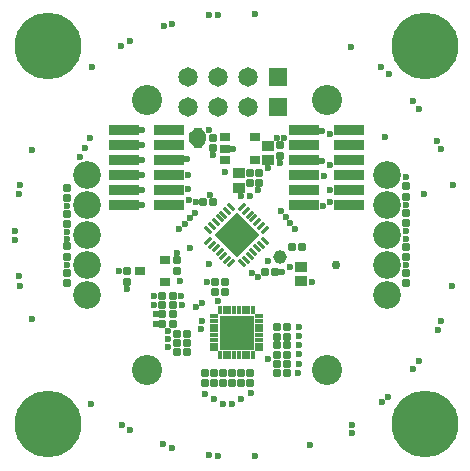
<source format=gts>
G04*
G04 #@! TF.GenerationSoftware,Altium Limited,Altium Designer,20.0.9 (164)*
G04*
G04 Layer_Color=8388736*
%FSLAX25Y25*%
%MOIN*%
G70*
G01*
G75*
G04:AMPARAMS|DCode=28|XSize=26.38mil|YSize=27.95mil|CornerRadius=8.07mil|HoleSize=0mil|Usage=FLASHONLY|Rotation=0.000|XOffset=0mil|YOffset=0mil|HoleType=Round|Shape=RoundedRectangle|*
%AMROUNDEDRECTD28*
21,1,0.02638,0.01181,0,0,0.0*
21,1,0.01024,0.02795,0,0,0.0*
1,1,0.01614,0.00512,-0.00591*
1,1,0.01614,-0.00512,-0.00591*
1,1,0.01614,-0.00512,0.00591*
1,1,0.01614,0.00512,0.00591*
%
%ADD28ROUNDEDRECTD28*%
G04:AMPARAMS|DCode=29|XSize=26.38mil|YSize=27.95mil|CornerRadius=8.07mil|HoleSize=0mil|Usage=FLASHONLY|Rotation=90.000|XOffset=0mil|YOffset=0mil|HoleType=Round|Shape=RoundedRectangle|*
%AMROUNDEDRECTD29*
21,1,0.02638,0.01181,0,0,90.0*
21,1,0.01024,0.02795,0,0,90.0*
1,1,0.01614,0.00591,0.00512*
1,1,0.01614,0.00591,-0.00512*
1,1,0.01614,-0.00591,-0.00512*
1,1,0.01614,-0.00591,0.00512*
%
%ADD29ROUNDEDRECTD29*%
%ADD30R,0.01457X0.03110*%
%ADD31R,0.03110X0.01457*%
%ADD32R,0.11614X0.11614*%
%ADD33R,0.03740X0.02756*%
%ADD34R,0.03347X0.02756*%
%ADD35R,0.10039X0.03583*%
%ADD36R,0.04134X0.03425*%
%ADD37R,0.03937X0.03347*%
%ADD38P,0.14755X4X180.0*%
G04:AMPARAMS|DCode=39|XSize=13.78mil|YSize=35.43mil|CornerRadius=0mil|HoleSize=0mil|Usage=FLASHONLY|Rotation=135.000|XOffset=0mil|YOffset=0mil|HoleType=Round|Shape=Round|*
%AMOVALD39*
21,1,0.02165,0.01378,0.00000,0.00000,225.0*
1,1,0.01378,0.00766,0.00766*
1,1,0.01378,-0.00766,-0.00766*
%
%ADD39OVALD39*%

G04:AMPARAMS|DCode=40|XSize=13.78mil|YSize=35.43mil|CornerRadius=0mil|HoleSize=0mil|Usage=FLASHONLY|Rotation=225.000|XOffset=0mil|YOffset=0mil|HoleType=Round|Shape=Round|*
%AMOVALD40*
21,1,0.02165,0.01378,0.00000,0.00000,315.0*
1,1,0.01378,-0.00766,0.00766*
1,1,0.01378,0.00766,-0.00766*
%
%ADD40OVALD40*%

%ADD41C,0.04528*%
%ADD42R,0.03091X0.03091*%
%ADD43R,0.06496X0.06496*%
%ADD44C,0.06496*%
%ADD45C,0.10039*%
%ADD46C,0.09252*%
%ADD47C,0.02362*%
%ADD48C,0.22244*%
%ADD49C,0.02559*%
%ADD50C,0.02953*%
%ADD51C,0.03347*%
G36*
X-12452Y35558D02*
X-12440D01*
X-12429Y35556D01*
X-12417Y35555D01*
X-12406Y35553D01*
X-12394Y35551D01*
X-12383Y35547D01*
X-12372Y35544D01*
X-12361Y35540D01*
X-12350Y35537D01*
X-11431Y35156D01*
X-11421Y35151D01*
X-11410Y35146D01*
X-11400Y35140D01*
X-11390Y35135D01*
X-11380Y35128D01*
X-11370Y35122D01*
X-11361Y35114D01*
X-11352Y35107D01*
X-11344Y35099D01*
X-11335Y35092D01*
X-10632Y34388D01*
X-10624Y34380D01*
X-10616Y34371D01*
X-10609Y34362D01*
X-10602Y34353D01*
X-10595Y34343D01*
X-10589Y34334D01*
X-10583Y34323D01*
X-10577Y34313D01*
X-10573Y34303D01*
X-10568Y34292D01*
X-10187Y33373D01*
X-10183Y33362D01*
X-10179Y33352D01*
X-10176Y33340D01*
X-10173Y33329D01*
X-10171Y33318D01*
X-10168Y33306D01*
X-10167Y33295D01*
X-10165Y33283D01*
Y33272D01*
X-10164Y33260D01*
Y32763D01*
X-10168Y32717D01*
X-10179Y32671D01*
X-10197Y32628D01*
X-10221Y32589D01*
X-10251Y32553D01*
X-10287Y32523D01*
X-10305Y32512D01*
X-10287Y32500D01*
X-10251Y32470D01*
X-10221Y32435D01*
X-10197Y32395D01*
X-10179Y32352D01*
X-10168Y32307D01*
X-10164Y32261D01*
Y31763D01*
X-10165Y31752D01*
Y31740D01*
X-10167Y31729D01*
X-10168Y31717D01*
X-10171Y31706D01*
X-10173Y31694D01*
X-10176Y31683D01*
X-10179Y31672D01*
X-10183Y31661D01*
X-10187Y31650D01*
X-10568Y30731D01*
X-10573Y30721D01*
X-10577Y30710D01*
X-10583Y30700D01*
X-10589Y30690D01*
X-10595Y30681D01*
X-10602Y30670D01*
X-10609Y30662D01*
X-10616Y30652D01*
X-10624Y30644D01*
X-10632Y30635D01*
X-11335Y29932D01*
X-11344Y29924D01*
X-11352Y29916D01*
X-11361Y29909D01*
X-11370Y29902D01*
X-11380Y29896D01*
X-11390Y29889D01*
X-11400Y29884D01*
X-11410Y29877D01*
X-11421Y29873D01*
X-11431Y29868D01*
X-12350Y29487D01*
X-12361Y29484D01*
X-12372Y29479D01*
X-12383Y29476D01*
X-12394Y29473D01*
X-12406Y29471D01*
X-12417Y29468D01*
X-12429Y29467D01*
X-12440Y29465D01*
X-12452D01*
X-12463Y29465D01*
X-13458D01*
X-13470Y29465D01*
X-13481D01*
X-13493Y29467D01*
X-13504Y29468D01*
X-13516Y29471D01*
X-13527Y29473D01*
X-13538Y29476D01*
X-13550Y29479D01*
X-13560Y29484D01*
X-13571Y29487D01*
X-14490Y29868D01*
X-14501Y29873D01*
X-14511Y29877D01*
X-14521Y29884D01*
X-14532Y29889D01*
X-14541Y29896D01*
X-14551Y29902D01*
X-14560Y29909D01*
X-14569Y29916D01*
X-14577Y29924D01*
X-14586Y29932D01*
X-15290Y30635D01*
X-15297Y30644D01*
X-15305Y30652D01*
X-15312Y30662D01*
X-15320Y30670D01*
X-15326Y30681D01*
X-15333Y30690D01*
X-15338Y30700D01*
X-15344Y30710D01*
X-15348Y30721D01*
X-15354Y30731D01*
X-15734Y31650D01*
X-15738Y31661D01*
X-15742Y31672D01*
X-15745Y31683D01*
X-15749Y31694D01*
X-15751Y31706D01*
X-15753Y31717D01*
X-15754Y31729D01*
X-15756Y31740D01*
Y31752D01*
X-15757Y31763D01*
Y32261D01*
X-15753Y32307D01*
X-15742Y32352D01*
X-15724Y32395D01*
X-15700Y32435D01*
X-15670Y32470D01*
X-15635Y32500D01*
X-15616Y32512D01*
X-15635Y32523D01*
X-15670Y32553D01*
X-15700Y32589D01*
X-15724Y32628D01*
X-15742Y32671D01*
X-15753Y32717D01*
X-15757Y32763D01*
Y33260D01*
X-15756Y33272D01*
Y33283D01*
X-15754Y33295D01*
X-15753Y33306D01*
X-15751Y33318D01*
X-15749Y33329D01*
X-15745Y33340D01*
X-15742Y33352D01*
X-15738Y33362D01*
X-15734Y33373D01*
X-15354Y34292D01*
X-15348Y34303D01*
X-15344Y34313D01*
X-15338Y34323D01*
X-15333Y34334D01*
X-15326Y34343D01*
X-15320Y34353D01*
X-15312Y34362D01*
X-15305Y34371D01*
X-15297Y34380D01*
X-15290Y34388D01*
X-14586Y35092D01*
X-14577Y35099D01*
X-14569Y35107D01*
X-14560Y35114D01*
X-14551Y35122D01*
X-14541Y35128D01*
X-14532Y35135D01*
X-14521Y35140D01*
X-14511Y35146D01*
X-14501Y35151D01*
X-14490Y35156D01*
X-13571Y35537D01*
X-13560Y35540D01*
X-13550Y35544D01*
X-13538Y35547D01*
X-13527Y35551D01*
X-13516Y35553D01*
X-13504Y35555D01*
X-13493Y35556D01*
X-13481Y35558D01*
X-13470D01*
X-13458Y35559D01*
X-12463D01*
X-12452Y35558D01*
D02*
G37*
D28*
X21910Y-3839D02*
D03*
X18445D02*
D03*
X16823Y-42783D02*
D03*
X13358Y-42783D02*
D03*
X-21224Y-29519D02*
D03*
X-24689D02*
D03*
X-7685Y10957D02*
D03*
X-11150D02*
D03*
X9421Y-12173D02*
D03*
X12886D02*
D03*
X-21224Y-26369D02*
D03*
X-24689D02*
D03*
X-24665Y-23228D02*
D03*
X-21201D02*
D03*
X-24665Y-20079D02*
D03*
X-21201D02*
D03*
X16823Y-33728D02*
D03*
X13358D02*
D03*
X16823Y-30677D02*
D03*
X13358D02*
D03*
Y-36681D02*
D03*
X16823D02*
D03*
X13358Y-39732D02*
D03*
X16823D02*
D03*
X13358Y-45835D02*
D03*
X16823D02*
D03*
X-16346Y-38945D02*
D03*
X-19811Y-38945D02*
D03*
X-16346Y-35894D02*
D03*
X-19811D02*
D03*
X-16346Y-32842D02*
D03*
X-19811Y-32842D02*
D03*
D29*
X-36417Y-12008D02*
D03*
Y-15472D02*
D03*
X56528Y-15874D02*
D03*
Y-12410D02*
D03*
Y-7213D02*
D03*
Y-3748D02*
D03*
X-3906Y-19024D02*
D03*
Y-15559D02*
D03*
X14469Y29980D02*
D03*
Y26516D02*
D03*
X-7677Y32441D02*
D03*
X-7677Y28976D02*
D03*
X4429Y20827D02*
D03*
Y17362D02*
D03*
X7480Y20827D02*
D03*
Y17362D02*
D03*
X-19752Y-11740D02*
D03*
Y-8276D02*
D03*
X4657Y-45776D02*
D03*
X4657Y-49240D02*
D03*
X1606Y-45776D02*
D03*
X1606Y-49240D02*
D03*
X-1445Y-45776D02*
D03*
X-1445Y-49240D02*
D03*
X-4496Y-45776D02*
D03*
X-4496Y-49240D02*
D03*
X-7547Y-45776D02*
D03*
X-7547Y-49240D02*
D03*
X-10598Y-45776D02*
D03*
X-10599Y-49240D02*
D03*
X56528Y4106D02*
D03*
Y7571D02*
D03*
Y12866D02*
D03*
Y16331D02*
D03*
X-56595Y12441D02*
D03*
X-56594Y15905D02*
D03*
X-56595Y3779D02*
D03*
Y7244D02*
D03*
Y-3681D02*
D03*
Y-7146D02*
D03*
X-56661Y-12410D02*
D03*
X-56661Y-15874D02*
D03*
X-7153Y-19024D02*
D03*
X-7154Y-15559D02*
D03*
D30*
X-5480Y-40028D02*
D03*
X-3906D02*
D03*
X-2331D02*
D03*
X-756D02*
D03*
X819D02*
D03*
X2394D02*
D03*
X3968D02*
D03*
X5543D02*
D03*
Y-24870D02*
D03*
X3968D02*
D03*
X2394D02*
D03*
X819D02*
D03*
X-756D02*
D03*
X-2331D02*
D03*
X-3906D02*
D03*
X-5480D02*
D03*
D31*
X7610Y-37961D02*
D03*
Y-36386D02*
D03*
Y-34811D02*
D03*
Y-33236D02*
D03*
Y-31661D02*
D03*
Y-30087D02*
D03*
Y-28512D02*
D03*
Y-26937D02*
D03*
X-7547D02*
D03*
Y-28512D02*
D03*
Y-30087D02*
D03*
Y-31661D02*
D03*
Y-33236D02*
D03*
Y-34811D02*
D03*
Y-36386D02*
D03*
Y-37961D02*
D03*
D32*
X32Y-32449D02*
D03*
D33*
X-3839Y32677D02*
D03*
Y28937D02*
D03*
Y25197D02*
D03*
X6004Y32677D02*
D03*
Y25197D02*
D03*
D34*
X-23984Y-15618D02*
D03*
Y-8138D02*
D03*
X-32252Y-11878D02*
D03*
D35*
X22453Y34972D02*
D03*
X37453D02*
D03*
X22453Y29972D02*
D03*
X37453D02*
D03*
X22453Y24972D02*
D03*
X37453D02*
D03*
X22453Y19972D02*
D03*
X37453D02*
D03*
X22453Y14972D02*
D03*
X37453D02*
D03*
X22453Y9972D02*
D03*
X37453D02*
D03*
X-37488Y34972D02*
D03*
X-22488D02*
D03*
X-37488Y29972D02*
D03*
X-22488D02*
D03*
X-37488Y24972D02*
D03*
X-22488D02*
D03*
X-37488Y19972D02*
D03*
X-22488D02*
D03*
X-37488Y14972D02*
D03*
X-22488D02*
D03*
X-37488Y9972D02*
D03*
X-22488D02*
D03*
D36*
X21488Y-15224D02*
D03*
Y-10500D02*
D03*
X10433Y29921D02*
D03*
Y25197D02*
D03*
D37*
X787Y20669D02*
D03*
Y15945D02*
D03*
D38*
X32Y32D02*
D03*
D39*
X-1848Y-9364D02*
D03*
X-3100Y-8111D02*
D03*
X-4353Y-6859D02*
D03*
X-5606Y-5606D02*
D03*
X-6859Y-4353D02*
D03*
X-8111Y-3100D02*
D03*
X-9364Y-1848D02*
D03*
X1911Y9427D02*
D03*
X3163Y8174D02*
D03*
X4416Y6922D02*
D03*
X5669Y5669D02*
D03*
X6922Y4416D02*
D03*
X8174Y3163D02*
D03*
X9427Y1911D02*
D03*
D40*
X-9364D02*
D03*
X-8111Y3163D02*
D03*
X-6859Y4416D02*
D03*
X-5606Y5669D02*
D03*
X-4353Y6922D02*
D03*
X-3100Y8174D02*
D03*
X-1848Y9427D02*
D03*
X9427Y-1848D02*
D03*
X8174Y-3100D02*
D03*
X6922Y-4353D02*
D03*
X5669Y-5606D02*
D03*
X4416Y-6859D02*
D03*
X3163Y-8111D02*
D03*
X1911Y-9364D02*
D03*
D41*
X14500Y-7252D02*
D03*
D42*
X-12961Y34512D02*
D03*
Y30512D02*
D03*
D43*
X13823Y42779D02*
D03*
X13823Y52819D02*
D03*
D44*
X3823Y42779D02*
D03*
X-6177D02*
D03*
X-16177D02*
D03*
X3823Y52819D02*
D03*
X-6177D02*
D03*
X-16177D02*
D03*
D45*
X30031Y45031D02*
D03*
X-29969D02*
D03*
Y-44969D02*
D03*
X30031D02*
D03*
D46*
X50032Y-19969D02*
D03*
X-49968Y-9968D02*
D03*
Y32D02*
D03*
X50032Y20031D02*
D03*
X-49968D02*
D03*
X50032Y10031D02*
D03*
Y-9968D02*
D03*
X-49968Y10031D02*
D03*
Y-19969D02*
D03*
X50032Y32D02*
D03*
D47*
X49606Y32874D02*
D03*
X-10630Y-52854D02*
D03*
X-7579Y-54528D02*
D03*
X-4429Y-56299D02*
D03*
X56595Y19291D02*
D03*
X62500Y13681D02*
D03*
X24508Y-69784D02*
D03*
X38583Y-66043D02*
D03*
X10433Y22441D02*
D03*
X14469Y24114D02*
D03*
X-7677Y26772D02*
D03*
X-48917Y32480D02*
D03*
X-52165Y26280D02*
D03*
X-50492Y29232D02*
D03*
X-39075Y-11909D02*
D03*
X-22736Y-34547D02*
D03*
Y-31988D02*
D03*
X-22835Y-37205D02*
D03*
X-27461Y-23228D02*
D03*
X-18406Y-20079D02*
D03*
X-18307Y-23228D02*
D03*
X4724Y-52658D02*
D03*
X1445Y-54381D02*
D03*
X-1542Y-56235D02*
D03*
X-38091Y-63189D02*
D03*
X38484Y-63090D02*
D03*
X48524Y-55610D02*
D03*
X72047Y16634D02*
D03*
X68110Y28740D02*
D03*
X6102Y73622D02*
D03*
X-6299Y73524D02*
D03*
X-68307Y28445D02*
D03*
X-72146Y16634D02*
D03*
X-48425Y-56102D02*
D03*
X-21555Y70472D02*
D03*
X-72539Y13780D02*
D03*
X-73819Y1575D02*
D03*
X-35630Y-64764D02*
D03*
X-24508Y-69685D02*
D03*
X50591Y-53740D02*
D03*
X58957Y-44587D02*
D03*
X66831Y31398D02*
D03*
X60827Y42028D02*
D03*
X-9252Y73327D02*
D03*
X67028Y-31496D02*
D03*
X58858Y44685D02*
D03*
X50775Y53724D02*
D03*
X-24311Y69685D02*
D03*
X-35531Y64764D02*
D03*
X-73917Y-1476D02*
D03*
X-72539Y-13583D02*
D03*
X-21457Y-70768D02*
D03*
X-9252Y-73327D02*
D03*
X60827Y-41929D02*
D03*
X6201Y-73622D02*
D03*
X68012Y-28445D02*
D03*
X71949Y-16831D02*
D03*
X48327Y56004D02*
D03*
X38287Y62894D02*
D03*
X-38484Y63090D02*
D03*
X-48228Y56004D02*
D03*
X-72047Y-16831D02*
D03*
X-68110Y-27953D02*
D03*
X-6102Y-73622D02*
D03*
X31299Y33936D02*
D03*
X-9055Y35236D02*
D03*
X-1135Y28937D02*
D03*
X13336Y32385D02*
D03*
X15679Y32413D02*
D03*
X-16634Y25591D02*
D03*
X-36417Y-18012D02*
D03*
X-19783Y-5807D02*
D03*
X-3839Y21063D02*
D03*
X7185Y15059D02*
D03*
X1378Y12992D02*
D03*
X-56595Y-9744D02*
D03*
X56528Y1508D02*
D03*
X0Y0D02*
D03*
X16500Y6016D02*
D03*
X25228Y-15421D02*
D03*
X-18669Y-15323D02*
D03*
X-6071Y-22016D02*
D03*
X7315Y-14043D02*
D03*
X-13354Y10957D02*
D03*
X-27362Y-20079D02*
D03*
X31035Y11252D02*
D03*
X-8728Y13614D02*
D03*
X17846Y-10500D02*
D03*
X-9713Y-15520D02*
D03*
X-26992Y-29519D02*
D03*
Y-26369D02*
D03*
X31260Y15048D02*
D03*
X28672Y9811D02*
D03*
X28644Y34918D02*
D03*
X28613Y24892D02*
D03*
X31232Y23358D02*
D03*
X-16012Y15484D02*
D03*
X15287Y-12173D02*
D03*
X10661Y-8531D02*
D03*
X-13500Y-23881D02*
D03*
X4551Y13213D02*
D03*
X-15815Y11842D02*
D03*
X-15618Y-4299D02*
D03*
X-9122Y-9614D02*
D03*
X5113Y-12567D02*
D03*
X10563Y-41307D02*
D03*
X-11681Y-31169D02*
D03*
X-11484Y-28413D02*
D03*
X29102Y19913D02*
D03*
X20575Y-45798D02*
D03*
X20711Y-42754D02*
D03*
X20779Y-39659D02*
D03*
X-31563Y9972D02*
D03*
X20799Y-36681D02*
D03*
X20898Y-30677D02*
D03*
Y-33630D02*
D03*
X-56594Y9941D02*
D03*
X-56632Y-1242D02*
D03*
X-56595Y1280D02*
D03*
X56528Y10268D02*
D03*
Y-1150D02*
D03*
Y-9910D02*
D03*
X-16000Y20016D02*
D03*
X15000Y8016D02*
D03*
X18000Y4016D02*
D03*
X19500Y2016D02*
D03*
X-11500Y-22484D02*
D03*
X-13844Y7576D02*
D03*
X-15558Y5725D02*
D03*
X-19000Y2016D02*
D03*
X-17276Y3848D02*
D03*
X-31500Y35016D02*
D03*
Y30016D02*
D03*
Y25016D02*
D03*
Y20016D02*
D03*
Y15016D02*
D03*
D48*
X62992Y62992D02*
D03*
X-62992D02*
D03*
Y-62992D02*
D03*
X62992D02*
D03*
D49*
X-2134Y-34614D02*
D03*
Y-30283D02*
D03*
X2197Y-34614D02*
D03*
Y-30283D02*
D03*
D50*
X33299Y-9713D02*
D03*
D51*
X14500Y-7252D02*
D03*
M02*

</source>
